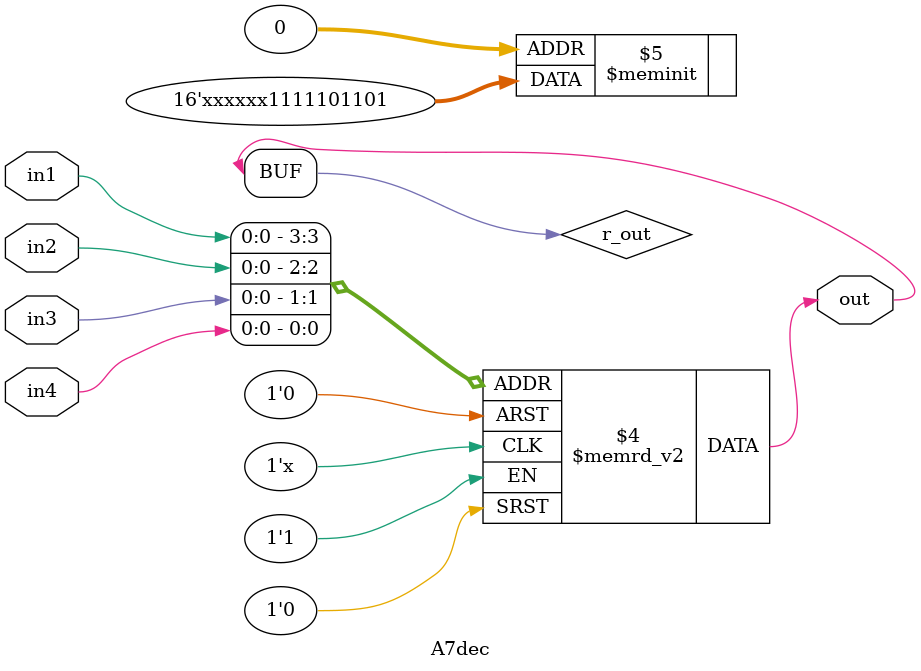
<source format=v>
module A7dec(output out, input in1, in2, in3, in4);
  reg r_out;
  assign out = r_out;
  always@(in1, in2, in3, in4)
    begin
      case({in1, in2, in3, in4})
        4'b0000: out = 1'b1;
        4'b0001: out = 1'b0;
        4'b0010: out = 1'b1;
        4'b0011: out = 1'b1;
        4'b0100: out = 1'b0;
        4'b0101: out = 1'b1;
        4'b0110: out = 1'b1;
        4'b0111: out = 1'b1;
	4'b1000: out = 1'b1;
        4'b1001: out = 1'b1;
        4'b1010: out = 1'bx;
        4'b1011: out = 1'bx;
        4'b1100: out = 1'bx;
        4'b1101: out = 1'bx;
        4'b1110: out = 1'bx;
        4'b1111: out = 1'bx;
	
        default: out = 1'b0;
      endcase
    end
endmodule

</source>
